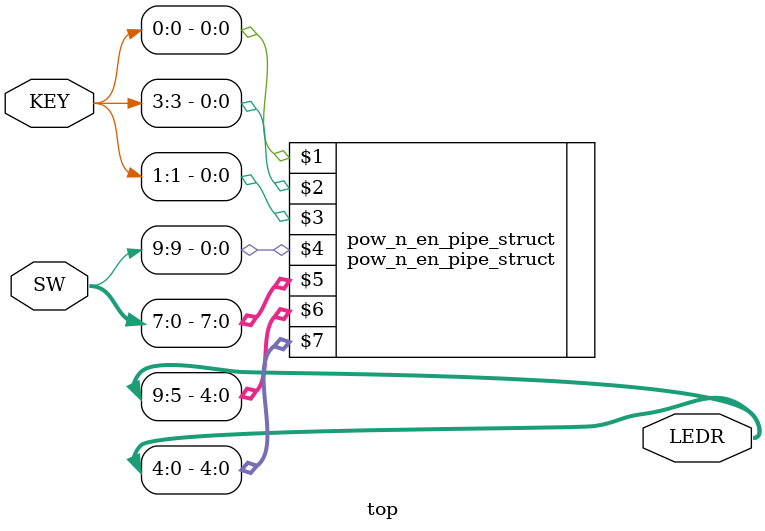
<source format=v>

module top (SW, KEY, LEDR);

	 input wire [9:0] SW;        // DE-series switches
    input wire [3:0] KEY;       // DE-series pushbuttons
	    
	 output wire [9:0] LEDR;     // DE-series LEDs   

    pow_n_en_pipe_struct pow_n_en_pipe_struct (KEY[0], KEY[3], KEY[1], SW[9], SW[7:0], LEDR[9:5], LEDR[4:0]);

endmodule


</source>
